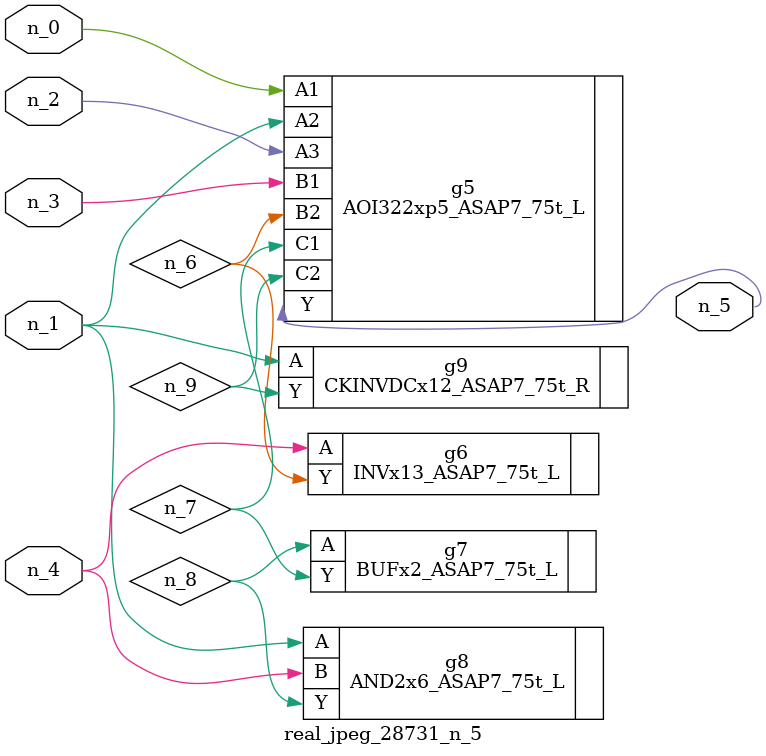
<source format=v>
module real_jpeg_28731_n_5 (n_4, n_0, n_1, n_2, n_3, n_5);

input n_4;
input n_0;
input n_1;
input n_2;
input n_3;

output n_5;

wire n_8;
wire n_6;
wire n_7;
wire n_9;

AOI322xp5_ASAP7_75t_L g5 ( 
.A1(n_0),
.A2(n_1),
.A3(n_2),
.B1(n_3),
.B2(n_6),
.C1(n_7),
.C2(n_9),
.Y(n_5)
);

AND2x6_ASAP7_75t_L g8 ( 
.A(n_1),
.B(n_4),
.Y(n_8)
);

CKINVDCx12_ASAP7_75t_R g9 ( 
.A(n_1),
.Y(n_9)
);

INVx13_ASAP7_75t_L g6 ( 
.A(n_4),
.Y(n_6)
);

BUFx2_ASAP7_75t_L g7 ( 
.A(n_8),
.Y(n_7)
);


endmodule
</source>
